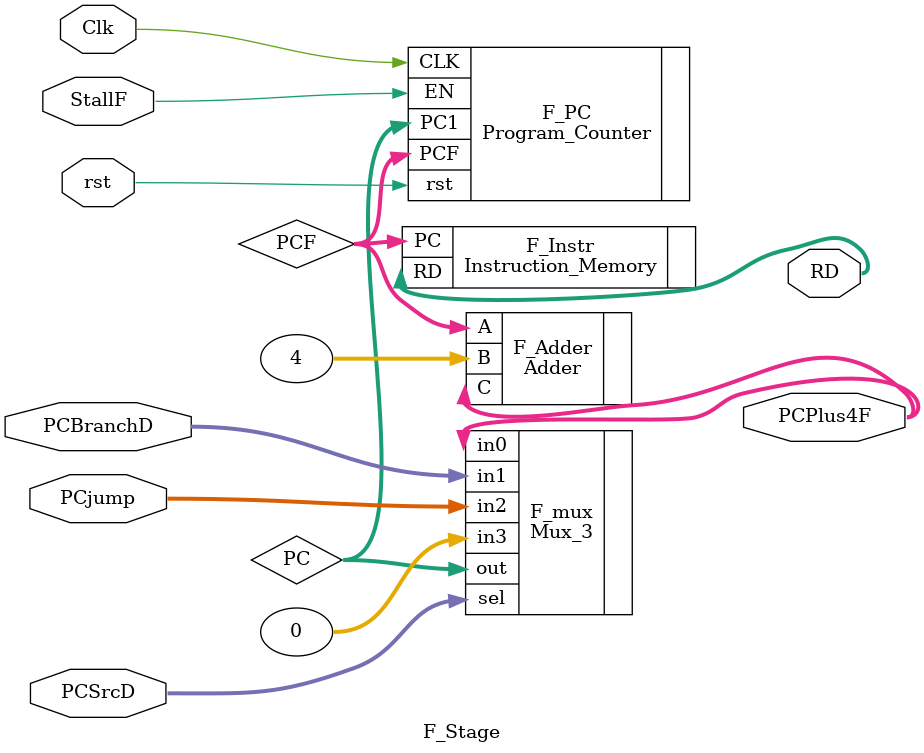
<source format=v>
module F_Stage (
input   Clk,rst,StallF,
input   [31:0]PCBranchD,PCjump,
input   [1:0] PCSrcD,
output  [31:0] RD,PCPlus4F
);
//InterConnections
wire [31:0]PC;
wire [31:0]PCF;
Mux_3 F_mux(
.in0(PCPlus4F),
.in1(PCBranchD),
.in2(PCjump),
.in3(32'b0),
.sel(PCSrcD),
.out(PC)
);
///////////////////////////////////////

//Instantiate Program Counter Unit
Program_Counter F_PC(
.PC1(PC),
.PCF(PCF),
.CLK(Clk),
.EN(StallF),
.rst(rst)
);
///////////////////////////////////////

//Instantiate Instruction_Memory
Instruction_Memory F_Instr(
.PC(PCF),
.RD(RD)
);
///////////////////////////////////////

//Instantiate Adder Unit
Adder F_Adder (
.A(PCF),
.B(32'd4),
.C(PCPlus4F)
);
///////////////////////////////////////
endmodule
</source>
